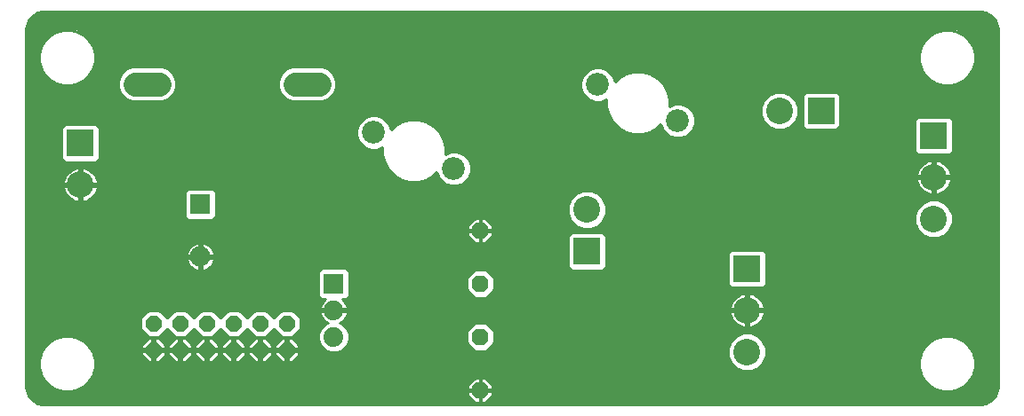
<source format=gbl>
G75*
%MOIN*%
%OFA0B0*%
%FSLAX25Y25*%
%IPPOS*%
%LPD*%
%AMOC8*
5,1,8,0,0,1.08239X$1,22.5*
%
%ADD10C,0.07600*%
%ADD11R,0.07600X0.07600*%
%ADD12OC8,0.06300*%
%ADD13C,0.08850*%
%ADD14OC8,0.06000*%
%ADD15R,0.10000X0.10000*%
%ADD16C,0.10000*%
%ADD17C,0.08600*%
%ADD18R,0.07400X0.07400*%
%ADD19C,0.07400*%
%ADD20C,0.01000*%
D10*
X0081500Y0071657D03*
D11*
X0081500Y0091343D03*
D12*
X0186500Y0081500D03*
X0186500Y0061500D03*
X0186500Y0041500D03*
X0186500Y0021500D03*
D13*
X0125925Y0136500D02*
X0117075Y0136500D01*
X0065925Y0136500D02*
X0057075Y0136500D01*
D14*
X0064000Y0046500D03*
X0074000Y0046500D03*
X0084000Y0046500D03*
X0094000Y0046500D03*
X0104000Y0046500D03*
X0114000Y0046500D03*
X0114000Y0036500D03*
X0104000Y0036500D03*
X0094000Y0036500D03*
X0084000Y0036500D03*
X0074000Y0036500D03*
X0064000Y0036500D03*
D15*
X0036500Y0114295D03*
X0226500Y0073705D03*
X0286500Y0067091D03*
X0356500Y0117091D03*
X0314295Y0126500D03*
D16*
X0298705Y0126500D03*
X0356500Y0101500D03*
X0356500Y0085909D03*
X0286500Y0051500D03*
X0286500Y0035909D03*
X0226500Y0089295D03*
X0036500Y0098705D03*
D17*
X0146500Y0118311D03*
X0176500Y0104689D03*
X0230500Y0136311D03*
X0260500Y0122689D03*
D18*
X0131500Y0061500D03*
D19*
X0131500Y0051500D03*
X0131500Y0041500D03*
D20*
X0018860Y0017511D02*
X0017511Y0018860D01*
X0016557Y0020513D01*
X0016063Y0022357D01*
X0016000Y0023311D01*
X0016000Y0156539D01*
X0016063Y0157494D01*
X0016557Y0159337D01*
X0017511Y0160990D01*
X0018860Y0162340D01*
X0020513Y0163294D01*
X0022357Y0163788D01*
X0023311Y0163850D01*
X0373390Y0163850D01*
X0374344Y0163788D01*
X0376188Y0163294D01*
X0377840Y0162340D01*
X0379190Y0160990D01*
X0380144Y0159337D01*
X0380638Y0157494D01*
X0380701Y0156539D01*
X0380701Y0023311D01*
X0380638Y0022357D01*
X0380144Y0020513D01*
X0379190Y0018860D01*
X0377840Y0017511D01*
X0376188Y0016557D01*
X0374344Y0016063D01*
X0373390Y0016000D01*
X0372495Y0016000D01*
X0023311Y0016000D01*
X0022357Y0016063D01*
X0020513Y0016556D01*
X0020513Y0016557D01*
X0018860Y0017511D01*
X0018895Y0017491D02*
X0183933Y0017491D01*
X0184574Y0016850D02*
X0181850Y0019574D01*
X0181850Y0021200D01*
X0186200Y0021200D01*
X0186200Y0021800D01*
X0186200Y0026150D01*
X0184574Y0026150D01*
X0181850Y0023426D01*
X0181850Y0021800D01*
X0186200Y0021800D01*
X0186800Y0021800D01*
X0186800Y0026150D01*
X0188426Y0026150D01*
X0191150Y0023426D01*
X0191150Y0021800D01*
X0186800Y0021800D01*
X0186800Y0021200D01*
X0191150Y0021200D01*
X0191150Y0019574D01*
X0188426Y0016850D01*
X0186800Y0016850D01*
X0186800Y0021200D01*
X0186200Y0021200D01*
X0186200Y0016850D01*
X0184574Y0016850D01*
X0186200Y0017491D02*
X0186800Y0017491D01*
X0186800Y0018490D02*
X0186200Y0018490D01*
X0186200Y0019488D02*
X0186800Y0019488D01*
X0186800Y0020487D02*
X0186200Y0020487D01*
X0186200Y0021485D02*
X0034328Y0021485D01*
X0035516Y0021804D02*
X0037889Y0023174D01*
X0039826Y0025111D01*
X0041196Y0027484D01*
X0041905Y0030130D01*
X0041905Y0032870D01*
X0041196Y0035516D01*
X0039826Y0037889D01*
X0037889Y0039826D01*
X0035516Y0041196D01*
X0032870Y0041905D01*
X0030130Y0041905D01*
X0027484Y0041196D01*
X0025111Y0039826D01*
X0023174Y0037889D01*
X0021804Y0035516D01*
X0021094Y0032870D01*
X0021094Y0030130D01*
X0021804Y0027484D01*
X0023174Y0025111D01*
X0025111Y0023174D01*
X0027484Y0021804D01*
X0030130Y0021094D01*
X0032870Y0021094D01*
X0035516Y0021804D01*
X0036694Y0022484D02*
X0181850Y0022484D01*
X0181906Y0023482D02*
X0038198Y0023482D01*
X0039196Y0024481D02*
X0182905Y0024481D01*
X0183903Y0025479D02*
X0040039Y0025479D01*
X0040616Y0026478D02*
X0352384Y0026478D01*
X0351808Y0027476D02*
X0041192Y0027476D01*
X0041462Y0028475D02*
X0351538Y0028475D01*
X0351804Y0027484D02*
X0353174Y0025111D01*
X0355111Y0023174D01*
X0357484Y0021804D01*
X0360130Y0021094D01*
X0362870Y0021094D01*
X0365516Y0021804D01*
X0367889Y0023174D01*
X0369826Y0025111D01*
X0371196Y0027484D01*
X0371905Y0030130D01*
X0371905Y0032870D01*
X0371196Y0035516D01*
X0369826Y0037889D01*
X0367889Y0039826D01*
X0365516Y0041196D01*
X0362870Y0041905D01*
X0360130Y0041905D01*
X0357484Y0041196D01*
X0355111Y0039826D01*
X0353174Y0037889D01*
X0351804Y0035516D01*
X0351094Y0032870D01*
X0351094Y0030130D01*
X0351804Y0027484D01*
X0351270Y0029473D02*
X0289515Y0029473D01*
X0290522Y0029890D02*
X0292519Y0031888D01*
X0293600Y0034497D01*
X0293600Y0037322D01*
X0292519Y0039931D01*
X0290522Y0041929D01*
X0287912Y0043009D01*
X0285088Y0043009D01*
X0282478Y0041929D01*
X0280481Y0039931D01*
X0279400Y0037322D01*
X0279400Y0034497D01*
X0280481Y0031888D01*
X0282478Y0029890D01*
X0285088Y0028809D01*
X0287912Y0028809D01*
X0290522Y0029890D01*
X0291103Y0030472D02*
X0351094Y0030472D01*
X0351094Y0031470D02*
X0292102Y0031470D01*
X0292760Y0032469D02*
X0351094Y0032469D01*
X0351255Y0033467D02*
X0293173Y0033467D01*
X0293587Y0034466D02*
X0351522Y0034466D01*
X0351790Y0035464D02*
X0293600Y0035464D01*
X0293600Y0036463D02*
X0352350Y0036463D01*
X0352927Y0037461D02*
X0293542Y0037461D01*
X0293129Y0038460D02*
X0353744Y0038460D01*
X0354743Y0039458D02*
X0292715Y0039458D01*
X0291994Y0040457D02*
X0356203Y0040457D01*
X0358450Y0041455D02*
X0290995Y0041455D01*
X0289254Y0042454D02*
X0380701Y0042454D01*
X0380701Y0043452D02*
X0191750Y0043452D01*
X0191750Y0043675D02*
X0188675Y0046750D01*
X0184325Y0046750D01*
X0181250Y0043675D01*
X0181250Y0039325D01*
X0184325Y0036250D01*
X0188675Y0036250D01*
X0191750Y0039325D01*
X0191750Y0043675D01*
X0190974Y0044451D02*
X0380701Y0044451D01*
X0380701Y0045449D02*
X0288878Y0045449D01*
X0288594Y0045332D02*
X0289381Y0045658D01*
X0290119Y0046084D01*
X0290795Y0046603D01*
X0291397Y0047205D01*
X0291916Y0047881D01*
X0292342Y0048619D01*
X0292668Y0049406D01*
X0292889Y0050229D01*
X0292990Y0051000D01*
X0287000Y0051000D01*
X0287000Y0052000D01*
X0286000Y0052000D01*
X0286000Y0057990D01*
X0285229Y0057889D01*
X0284406Y0057668D01*
X0283619Y0057342D01*
X0282881Y0056916D01*
X0282205Y0056397D01*
X0281603Y0055795D01*
X0281084Y0055119D01*
X0280658Y0054381D01*
X0280332Y0053594D01*
X0280111Y0052771D01*
X0280010Y0052000D01*
X0286000Y0052000D01*
X0286000Y0051000D01*
X0280010Y0051000D01*
X0280111Y0050229D01*
X0280332Y0049406D01*
X0280658Y0048619D01*
X0281084Y0047881D01*
X0281603Y0047205D01*
X0282205Y0046603D01*
X0282881Y0046084D01*
X0283619Y0045658D01*
X0284406Y0045332D01*
X0285229Y0045111D01*
X0286000Y0045010D01*
X0286000Y0051000D01*
X0287000Y0051000D01*
X0287000Y0045010D01*
X0287771Y0045111D01*
X0288594Y0045332D01*
X0287000Y0045449D02*
X0286000Y0045449D01*
X0286000Y0046448D02*
X0287000Y0046448D01*
X0287000Y0047446D02*
X0286000Y0047446D01*
X0286000Y0048445D02*
X0287000Y0048445D01*
X0287000Y0049443D02*
X0286000Y0049443D01*
X0286000Y0050442D02*
X0287000Y0050442D01*
X0287000Y0051440D02*
X0380701Y0051440D01*
X0380701Y0050442D02*
X0292917Y0050442D01*
X0292678Y0049443D02*
X0380701Y0049443D01*
X0380701Y0048445D02*
X0292242Y0048445D01*
X0291583Y0047446D02*
X0380701Y0047446D01*
X0380701Y0046448D02*
X0290593Y0046448D01*
X0284122Y0045449D02*
X0189975Y0045449D01*
X0188977Y0046448D02*
X0282407Y0046448D01*
X0281417Y0047446D02*
X0134767Y0047446D01*
X0134888Y0047534D02*
X0135466Y0048112D01*
X0135947Y0048775D01*
X0136319Y0049504D01*
X0136572Y0050282D01*
X0136688Y0051016D01*
X0131984Y0051016D01*
X0131984Y0051984D01*
X0136688Y0051984D01*
X0136572Y0052718D01*
X0136319Y0053496D01*
X0135947Y0054225D01*
X0135466Y0054888D01*
X0134888Y0055466D01*
X0134566Y0055700D01*
X0136070Y0055700D01*
X0137300Y0056930D01*
X0137300Y0066070D01*
X0136070Y0067300D01*
X0126930Y0067300D01*
X0125700Y0066070D01*
X0125700Y0056930D01*
X0126930Y0055700D01*
X0128434Y0055700D01*
X0128112Y0055466D01*
X0127534Y0054888D01*
X0127053Y0054225D01*
X0126681Y0053496D01*
X0126428Y0052718D01*
X0126312Y0051984D01*
X0131016Y0051984D01*
X0131016Y0051016D01*
X0126312Y0051016D01*
X0126428Y0050282D01*
X0126681Y0049504D01*
X0127053Y0048775D01*
X0127534Y0048112D01*
X0128112Y0047534D01*
X0128775Y0047053D01*
X0129212Y0046830D01*
X0128215Y0046417D01*
X0126583Y0044785D01*
X0125700Y0042654D01*
X0125700Y0040346D01*
X0126583Y0038215D01*
X0128215Y0036583D01*
X0130346Y0035700D01*
X0132654Y0035700D01*
X0134785Y0036583D01*
X0136417Y0038215D01*
X0137300Y0040346D01*
X0137300Y0042654D01*
X0136417Y0044785D01*
X0134785Y0046417D01*
X0133788Y0046830D01*
X0134225Y0047053D01*
X0134888Y0047534D01*
X0134711Y0046448D02*
X0184023Y0046448D01*
X0183025Y0045449D02*
X0135753Y0045449D01*
X0136556Y0044451D02*
X0182026Y0044451D01*
X0181250Y0043452D02*
X0136969Y0043452D01*
X0137300Y0042454D02*
X0181250Y0042454D01*
X0181250Y0041455D02*
X0137300Y0041455D01*
X0137300Y0040457D02*
X0181250Y0040457D01*
X0181250Y0039458D02*
X0136932Y0039458D01*
X0136519Y0038460D02*
X0182116Y0038460D01*
X0183114Y0037461D02*
X0135664Y0037461D01*
X0134495Y0036463D02*
X0184113Y0036463D01*
X0188887Y0036463D02*
X0279400Y0036463D01*
X0279400Y0035464D02*
X0118500Y0035464D01*
X0118500Y0036000D02*
X0118500Y0034636D01*
X0115864Y0032000D01*
X0114500Y0032000D01*
X0114500Y0036000D01*
X0114500Y0037000D01*
X0118500Y0037000D01*
X0118500Y0038364D01*
X0115864Y0041000D01*
X0114500Y0041000D01*
X0114500Y0037000D01*
X0113500Y0037000D01*
X0113500Y0041000D01*
X0112136Y0041000D01*
X0109500Y0038364D01*
X0109500Y0037000D01*
X0113500Y0037000D01*
X0113500Y0036000D01*
X0114500Y0036000D01*
X0118500Y0036000D01*
X0118500Y0037461D02*
X0127336Y0037461D01*
X0126481Y0038460D02*
X0118404Y0038460D01*
X0117406Y0039458D02*
X0126068Y0039458D01*
X0125700Y0040457D02*
X0116407Y0040457D01*
X0116112Y0041400D02*
X0119100Y0044388D01*
X0119100Y0048612D01*
X0116112Y0051600D01*
X0111888Y0051600D01*
X0109000Y0048712D01*
X0106112Y0051600D01*
X0101888Y0051600D01*
X0099000Y0048712D01*
X0096112Y0051600D01*
X0091888Y0051600D01*
X0089000Y0048712D01*
X0086112Y0051600D01*
X0081888Y0051600D01*
X0079000Y0048712D01*
X0076112Y0051600D01*
X0071888Y0051600D01*
X0069000Y0048712D01*
X0066112Y0051600D01*
X0061888Y0051600D01*
X0058900Y0048612D01*
X0058900Y0044388D01*
X0061888Y0041400D01*
X0066112Y0041400D01*
X0069000Y0044288D01*
X0071888Y0041400D01*
X0076112Y0041400D01*
X0079000Y0044288D01*
X0081888Y0041400D01*
X0086112Y0041400D01*
X0089000Y0044288D01*
X0091888Y0041400D01*
X0096112Y0041400D01*
X0099000Y0044288D01*
X0101888Y0041400D01*
X0106112Y0041400D01*
X0109000Y0044288D01*
X0111888Y0041400D01*
X0116112Y0041400D01*
X0116168Y0041455D02*
X0125700Y0041455D01*
X0125700Y0042454D02*
X0117166Y0042454D01*
X0118165Y0043452D02*
X0126031Y0043452D01*
X0126444Y0044451D02*
X0119100Y0044451D01*
X0119100Y0045449D02*
X0127247Y0045449D01*
X0128289Y0046448D02*
X0119100Y0046448D01*
X0119100Y0047446D02*
X0128233Y0047446D01*
X0127292Y0048445D02*
X0119100Y0048445D01*
X0118269Y0049443D02*
X0126712Y0049443D01*
X0126403Y0050442D02*
X0117271Y0050442D01*
X0116272Y0051440D02*
X0131016Y0051440D01*
X0131984Y0051440D02*
X0286000Y0051440D01*
X0286000Y0052439D02*
X0287000Y0052439D01*
X0287000Y0052000D02*
X0287000Y0057990D01*
X0287771Y0057889D01*
X0288594Y0057668D01*
X0289381Y0057342D01*
X0290119Y0056916D01*
X0290795Y0056397D01*
X0291397Y0055795D01*
X0291916Y0055119D01*
X0292342Y0054381D01*
X0292668Y0053594D01*
X0292889Y0052771D01*
X0292990Y0052000D01*
X0287000Y0052000D01*
X0287000Y0053437D02*
X0286000Y0053437D01*
X0286000Y0054436D02*
X0287000Y0054436D01*
X0287000Y0055434D02*
X0286000Y0055434D01*
X0286000Y0056433D02*
X0287000Y0056433D01*
X0287000Y0057432D02*
X0286000Y0057432D01*
X0283835Y0057432D02*
X0189856Y0057432D01*
X0190855Y0058430D02*
X0380701Y0058430D01*
X0380701Y0057432D02*
X0289165Y0057432D01*
X0290749Y0056433D02*
X0380701Y0056433D01*
X0380701Y0055434D02*
X0291674Y0055434D01*
X0292310Y0054436D02*
X0380701Y0054436D01*
X0380701Y0053437D02*
X0292710Y0053437D01*
X0292932Y0052439D02*
X0380701Y0052439D01*
X0380701Y0059429D02*
X0191750Y0059429D01*
X0191750Y0059325D02*
X0188675Y0056250D01*
X0184325Y0056250D01*
X0181250Y0059325D01*
X0181250Y0063675D01*
X0184325Y0066750D01*
X0188675Y0066750D01*
X0191750Y0063675D01*
X0191750Y0059325D01*
X0191750Y0060427D02*
X0280194Y0060427D01*
X0280630Y0059991D02*
X0279400Y0061221D01*
X0279400Y0072960D01*
X0280630Y0074191D01*
X0292370Y0074191D01*
X0293600Y0072960D01*
X0293600Y0061221D01*
X0292370Y0059991D01*
X0280630Y0059991D01*
X0279400Y0061426D02*
X0191750Y0061426D01*
X0191750Y0062424D02*
X0279400Y0062424D01*
X0279400Y0063423D02*
X0191750Y0063423D01*
X0191003Y0064421D02*
X0279400Y0064421D01*
X0279400Y0065420D02*
X0190005Y0065420D01*
X0189006Y0066418D02*
X0279400Y0066418D01*
X0279400Y0067417D02*
X0233182Y0067417D01*
X0233600Y0067835D02*
X0233600Y0079575D01*
X0232370Y0080805D01*
X0220630Y0080805D01*
X0219400Y0079575D01*
X0219400Y0067835D01*
X0220630Y0066605D01*
X0232370Y0066605D01*
X0233600Y0067835D01*
X0233600Y0068415D02*
X0279400Y0068415D01*
X0279400Y0069414D02*
X0233600Y0069414D01*
X0233600Y0070412D02*
X0279400Y0070412D01*
X0279400Y0071411D02*
X0233600Y0071411D01*
X0233600Y0072409D02*
X0279400Y0072409D01*
X0279847Y0073408D02*
X0233600Y0073408D01*
X0233600Y0074406D02*
X0380701Y0074406D01*
X0380701Y0073408D02*
X0293153Y0073408D01*
X0293600Y0072409D02*
X0380701Y0072409D01*
X0380701Y0071411D02*
X0293600Y0071411D01*
X0293600Y0070412D02*
X0380701Y0070412D01*
X0380701Y0069414D02*
X0293600Y0069414D01*
X0293600Y0068415D02*
X0380701Y0068415D01*
X0380701Y0067417D02*
X0293600Y0067417D01*
X0293600Y0066418D02*
X0380701Y0066418D01*
X0380701Y0065420D02*
X0293600Y0065420D01*
X0293600Y0064421D02*
X0380701Y0064421D01*
X0380701Y0063423D02*
X0293600Y0063423D01*
X0293600Y0062424D02*
X0380701Y0062424D01*
X0380701Y0061426D02*
X0293600Y0061426D01*
X0292806Y0060427D02*
X0380701Y0060427D01*
X0380701Y0075405D02*
X0233600Y0075405D01*
X0233600Y0076403D02*
X0380701Y0076403D01*
X0380701Y0077402D02*
X0233600Y0077402D01*
X0233600Y0078400D02*
X0380701Y0078400D01*
X0380701Y0079399D02*
X0359335Y0079399D01*
X0360522Y0079890D02*
X0357912Y0078809D01*
X0355088Y0078809D01*
X0352478Y0079890D01*
X0350481Y0081888D01*
X0349400Y0084497D01*
X0349400Y0087322D01*
X0350481Y0089931D01*
X0352478Y0091929D01*
X0355088Y0093009D01*
X0357912Y0093009D01*
X0360522Y0091929D01*
X0362519Y0089931D01*
X0363600Y0087322D01*
X0363600Y0084497D01*
X0362519Y0081888D01*
X0360522Y0079890D01*
X0361029Y0080397D02*
X0380701Y0080397D01*
X0380701Y0081396D02*
X0362027Y0081396D01*
X0362729Y0082394D02*
X0380701Y0082394D01*
X0380701Y0083393D02*
X0363143Y0083393D01*
X0363556Y0084391D02*
X0380701Y0084391D01*
X0380701Y0085390D02*
X0363600Y0085390D01*
X0363600Y0086388D02*
X0380701Y0086388D01*
X0380701Y0087387D02*
X0363573Y0087387D01*
X0363159Y0088385D02*
X0380701Y0088385D01*
X0380701Y0089384D02*
X0362746Y0089384D01*
X0362068Y0090382D02*
X0380701Y0090382D01*
X0380701Y0091381D02*
X0361069Y0091381D01*
X0359433Y0092379D02*
X0380701Y0092379D01*
X0380701Y0093378D02*
X0232458Y0093378D01*
X0232519Y0093317D02*
X0230522Y0095314D01*
X0227912Y0096395D01*
X0225088Y0096395D01*
X0222478Y0095314D01*
X0220481Y0093317D01*
X0219400Y0090708D01*
X0219400Y0087883D01*
X0220481Y0085273D01*
X0222478Y0083276D01*
X0225088Y0082195D01*
X0227912Y0082195D01*
X0230522Y0083276D01*
X0232519Y0085273D01*
X0233600Y0087883D01*
X0233600Y0090708D01*
X0232519Y0093317D01*
X0232907Y0092379D02*
X0353567Y0092379D01*
X0351931Y0091381D02*
X0233321Y0091381D01*
X0233600Y0090382D02*
X0350932Y0090382D01*
X0350254Y0089384D02*
X0233600Y0089384D01*
X0233600Y0088385D02*
X0349841Y0088385D01*
X0349427Y0087387D02*
X0233394Y0087387D01*
X0232981Y0086388D02*
X0349400Y0086388D01*
X0349400Y0085390D02*
X0232567Y0085390D01*
X0231637Y0084391D02*
X0349444Y0084391D01*
X0349857Y0083393D02*
X0230638Y0083393D01*
X0228393Y0082394D02*
X0350271Y0082394D01*
X0350973Y0081396D02*
X0186800Y0081396D01*
X0186800Y0081200D02*
X0186800Y0081800D01*
X0186200Y0081800D01*
X0186200Y0086150D01*
X0184574Y0086150D01*
X0181850Y0083426D01*
X0181850Y0081800D01*
X0186200Y0081800D01*
X0186200Y0081200D01*
X0181850Y0081200D01*
X0181850Y0079574D01*
X0184574Y0076850D01*
X0186200Y0076850D01*
X0186200Y0081200D01*
X0186800Y0081200D01*
X0191150Y0081200D01*
X0191150Y0079574D01*
X0188426Y0076850D01*
X0186800Y0076850D01*
X0186800Y0081200D01*
X0186800Y0081800D02*
X0191150Y0081800D01*
X0191150Y0083426D01*
X0188426Y0086150D01*
X0186800Y0086150D01*
X0186800Y0081800D01*
X0186800Y0082394D02*
X0186200Y0082394D01*
X0186200Y0081396D02*
X0016000Y0081396D01*
X0016000Y0082394D02*
X0181850Y0082394D01*
X0181850Y0083393D02*
X0016000Y0083393D01*
X0016000Y0084391D02*
X0182815Y0084391D01*
X0183814Y0085390D02*
X0016000Y0085390D01*
X0016000Y0086388D02*
X0075884Y0086388D01*
X0075600Y0086673D02*
X0076830Y0085443D01*
X0086170Y0085443D01*
X0087400Y0086673D01*
X0087400Y0096012D01*
X0086170Y0097243D01*
X0076830Y0097243D01*
X0075600Y0096012D01*
X0075600Y0086673D01*
X0075600Y0087387D02*
X0016000Y0087387D01*
X0016000Y0088385D02*
X0075600Y0088385D01*
X0075600Y0089384D02*
X0016000Y0089384D01*
X0016000Y0090382D02*
X0075600Y0090382D01*
X0075600Y0091381D02*
X0016000Y0091381D01*
X0016000Y0092379D02*
X0034992Y0092379D01*
X0035229Y0092316D02*
X0034406Y0092536D01*
X0033619Y0092863D01*
X0032881Y0093289D01*
X0032205Y0093807D01*
X0031603Y0094410D01*
X0031084Y0095086D01*
X0030658Y0095824D01*
X0030332Y0096611D01*
X0030111Y0097434D01*
X0030010Y0098205D01*
X0036000Y0098205D01*
X0036000Y0099205D01*
X0036000Y0105195D01*
X0035229Y0105093D01*
X0034406Y0104873D01*
X0033619Y0104547D01*
X0032881Y0104121D01*
X0032205Y0103602D01*
X0031603Y0103000D01*
X0031084Y0102324D01*
X0030658Y0101586D01*
X0030332Y0100799D01*
X0030111Y0099976D01*
X0030010Y0099205D01*
X0036000Y0099205D01*
X0037000Y0099205D01*
X0037000Y0105195D01*
X0037771Y0105093D01*
X0038594Y0104873D01*
X0039381Y0104547D01*
X0040119Y0104121D01*
X0040795Y0103602D01*
X0041397Y0103000D01*
X0041916Y0102324D01*
X0042342Y0101586D01*
X0042668Y0100799D01*
X0042889Y0099976D01*
X0042990Y0099205D01*
X0037000Y0099205D01*
X0037000Y0098205D01*
X0042990Y0098205D01*
X0042889Y0097434D01*
X0042668Y0096611D01*
X0042342Y0095824D01*
X0041916Y0095086D01*
X0041397Y0094410D01*
X0040795Y0093807D01*
X0040119Y0093289D01*
X0039381Y0092863D01*
X0038594Y0092536D01*
X0037771Y0092316D01*
X0037000Y0092214D01*
X0037000Y0098205D01*
X0036000Y0098205D01*
X0036000Y0092214D01*
X0035229Y0092316D01*
X0036000Y0092379D02*
X0037000Y0092379D01*
X0037000Y0093378D02*
X0036000Y0093378D01*
X0036000Y0094376D02*
X0037000Y0094376D01*
X0037000Y0095375D02*
X0036000Y0095375D01*
X0036000Y0096373D02*
X0037000Y0096373D01*
X0037000Y0097372D02*
X0036000Y0097372D01*
X0036000Y0098370D02*
X0016000Y0098370D01*
X0016000Y0097372D02*
X0030128Y0097372D01*
X0030430Y0096373D02*
X0016000Y0096373D01*
X0016000Y0095375D02*
X0030917Y0095375D01*
X0031636Y0094376D02*
X0016000Y0094376D01*
X0016000Y0093378D02*
X0032765Y0093378D01*
X0038008Y0092379D02*
X0075600Y0092379D01*
X0075600Y0093378D02*
X0040235Y0093378D01*
X0041364Y0094376D02*
X0075600Y0094376D01*
X0075600Y0095375D02*
X0042083Y0095375D01*
X0042570Y0096373D02*
X0075961Y0096373D01*
X0087039Y0096373D02*
X0225035Y0096373D01*
X0222624Y0095375D02*
X0087400Y0095375D01*
X0087400Y0094376D02*
X0221540Y0094376D01*
X0220542Y0093378D02*
X0087400Y0093378D01*
X0087400Y0092379D02*
X0220093Y0092379D01*
X0219679Y0091381D02*
X0087400Y0091381D01*
X0087400Y0090382D02*
X0219400Y0090382D01*
X0219400Y0089384D02*
X0087400Y0089384D01*
X0087400Y0088385D02*
X0219400Y0088385D01*
X0219605Y0087387D02*
X0087400Y0087387D01*
X0087116Y0086388D02*
X0220019Y0086388D01*
X0220433Y0085390D02*
X0189186Y0085390D01*
X0190185Y0084391D02*
X0221363Y0084391D01*
X0222362Y0083393D02*
X0191150Y0083393D01*
X0191150Y0082394D02*
X0224607Y0082394D01*
X0220223Y0080397D02*
X0191150Y0080397D01*
X0190975Y0079399D02*
X0219400Y0079399D01*
X0219400Y0078400D02*
X0189976Y0078400D01*
X0188978Y0077402D02*
X0219400Y0077402D01*
X0219400Y0076403D02*
X0083860Y0076403D01*
X0083534Y0076569D02*
X0084278Y0076190D01*
X0084953Y0075700D01*
X0085543Y0075110D01*
X0086033Y0074435D01*
X0086412Y0073692D01*
X0086669Y0072899D01*
X0086800Y0072075D01*
X0086800Y0072043D01*
X0081886Y0072043D01*
X0081886Y0071272D01*
X0086800Y0071272D01*
X0086800Y0071240D01*
X0086669Y0070416D01*
X0086412Y0069623D01*
X0086033Y0068880D01*
X0085543Y0068205D01*
X0084953Y0067615D01*
X0084278Y0067125D01*
X0083534Y0066746D01*
X0082741Y0066488D01*
X0081917Y0066357D01*
X0081886Y0066357D01*
X0081886Y0071272D01*
X0081114Y0071272D01*
X0076200Y0071272D01*
X0076200Y0071240D01*
X0076330Y0070416D01*
X0076588Y0069623D01*
X0076967Y0068880D01*
X0077457Y0068205D01*
X0078047Y0067615D01*
X0078722Y0067125D01*
X0079466Y0066746D01*
X0080259Y0066488D01*
X0081083Y0066357D01*
X0081114Y0066357D01*
X0081114Y0071272D01*
X0081114Y0072043D01*
X0076200Y0072043D01*
X0076200Y0072075D01*
X0076330Y0072899D01*
X0076588Y0073692D01*
X0076967Y0074435D01*
X0077457Y0075110D01*
X0078047Y0075700D01*
X0078722Y0076190D01*
X0079466Y0076569D01*
X0080259Y0076827D01*
X0081083Y0076957D01*
X0081114Y0076957D01*
X0081114Y0072043D01*
X0081886Y0072043D01*
X0081886Y0076957D01*
X0081917Y0076957D01*
X0082741Y0076827D01*
X0083534Y0076569D01*
X0081886Y0076403D02*
X0081114Y0076403D01*
X0081114Y0075405D02*
X0081886Y0075405D01*
X0081886Y0074406D02*
X0081114Y0074406D01*
X0081114Y0073408D02*
X0081886Y0073408D01*
X0081886Y0072409D02*
X0081114Y0072409D01*
X0081114Y0071411D02*
X0016000Y0071411D01*
X0016000Y0072409D02*
X0076253Y0072409D01*
X0076496Y0073408D02*
X0016000Y0073408D01*
X0016000Y0074406D02*
X0076952Y0074406D01*
X0077752Y0075405D02*
X0016000Y0075405D01*
X0016000Y0076403D02*
X0079140Y0076403D01*
X0081886Y0071411D02*
X0219400Y0071411D01*
X0219400Y0072409D02*
X0086747Y0072409D01*
X0086504Y0073408D02*
X0219400Y0073408D01*
X0219400Y0074406D02*
X0086048Y0074406D01*
X0085248Y0075405D02*
X0219400Y0075405D01*
X0219400Y0070412D02*
X0086668Y0070412D01*
X0086305Y0069414D02*
X0219400Y0069414D01*
X0219400Y0068415D02*
X0085695Y0068415D01*
X0084680Y0067417D02*
X0219818Y0067417D01*
X0233600Y0079399D02*
X0353665Y0079399D01*
X0351971Y0080397D02*
X0232777Y0080397D01*
X0231460Y0094376D02*
X0380701Y0094376D01*
X0380701Y0095375D02*
X0358698Y0095375D01*
X0358594Y0095332D02*
X0359381Y0095658D01*
X0360119Y0096084D01*
X0360795Y0096603D01*
X0361397Y0097205D01*
X0361916Y0097881D01*
X0362342Y0098619D01*
X0362668Y0099406D01*
X0362889Y0100229D01*
X0362990Y0101000D01*
X0357000Y0101000D01*
X0357000Y0102000D01*
X0356000Y0102000D01*
X0356000Y0107990D01*
X0355229Y0107889D01*
X0354406Y0107668D01*
X0353619Y0107342D01*
X0352881Y0106916D01*
X0352205Y0106397D01*
X0351603Y0105795D01*
X0351084Y0105119D01*
X0350658Y0104381D01*
X0350332Y0103594D01*
X0350111Y0102771D01*
X0350010Y0102000D01*
X0356000Y0102000D01*
X0356000Y0101000D01*
X0350010Y0101000D01*
X0350111Y0100229D01*
X0350332Y0099406D01*
X0350658Y0098619D01*
X0351084Y0097881D01*
X0351603Y0097205D01*
X0352205Y0096603D01*
X0352881Y0096084D01*
X0353619Y0095658D01*
X0354406Y0095332D01*
X0355229Y0095111D01*
X0356000Y0095010D01*
X0356000Y0101000D01*
X0357000Y0101000D01*
X0357000Y0095010D01*
X0357771Y0095111D01*
X0358594Y0095332D01*
X0357000Y0095375D02*
X0356000Y0095375D01*
X0356000Y0096373D02*
X0357000Y0096373D01*
X0357000Y0097372D02*
X0356000Y0097372D01*
X0356000Y0098370D02*
X0357000Y0098370D01*
X0357000Y0099369D02*
X0356000Y0099369D01*
X0356000Y0100368D02*
X0357000Y0100368D01*
X0357000Y0101366D02*
X0380701Y0101366D01*
X0380701Y0100368D02*
X0362907Y0100368D01*
X0362653Y0099369D02*
X0380701Y0099369D01*
X0380701Y0098370D02*
X0362199Y0098370D01*
X0361526Y0097372D02*
X0380701Y0097372D01*
X0380701Y0096373D02*
X0360496Y0096373D01*
X0362990Y0102000D02*
X0357000Y0102000D01*
X0357000Y0107990D01*
X0357771Y0107889D01*
X0358594Y0107668D01*
X0359381Y0107342D01*
X0360119Y0106916D01*
X0360795Y0106397D01*
X0361397Y0105795D01*
X0361916Y0105119D01*
X0362342Y0104381D01*
X0362668Y0103594D01*
X0362889Y0102771D01*
X0362990Y0102000D01*
X0362942Y0102365D02*
X0380701Y0102365D01*
X0380701Y0103363D02*
X0362730Y0103363D01*
X0362350Y0104362D02*
X0380701Y0104362D01*
X0380701Y0105360D02*
X0361731Y0105360D01*
X0360834Y0106359D02*
X0380701Y0106359D01*
X0380701Y0107357D02*
X0359345Y0107357D01*
X0357000Y0107357D02*
X0356000Y0107357D01*
X0356000Y0106359D02*
X0357000Y0106359D01*
X0357000Y0105360D02*
X0356000Y0105360D01*
X0356000Y0104362D02*
X0357000Y0104362D01*
X0357000Y0103363D02*
X0356000Y0103363D01*
X0356000Y0102365D02*
X0357000Y0102365D01*
X0356000Y0101366D02*
X0182051Y0101366D01*
X0181926Y0101064D02*
X0182900Y0103416D01*
X0182900Y0105962D01*
X0181926Y0108314D01*
X0180125Y0110115D01*
X0177773Y0111089D01*
X0175227Y0111089D01*
X0173250Y0110270D01*
X0173250Y0113047D01*
X0172449Y0116035D01*
X0170902Y0118715D01*
X0168715Y0120902D01*
X0166035Y0122449D01*
X0163047Y0123250D01*
X0159953Y0123250D01*
X0156965Y0122449D01*
X0154285Y0120902D01*
X0152900Y0119517D01*
X0152900Y0119584D01*
X0151926Y0121936D01*
X0150125Y0123737D01*
X0147773Y0124711D01*
X0145227Y0124711D01*
X0142875Y0123737D01*
X0141074Y0121936D01*
X0140100Y0119584D01*
X0140100Y0117038D01*
X0141074Y0114686D01*
X0142875Y0112885D01*
X0145227Y0111911D01*
X0147773Y0111911D01*
X0149750Y0112730D01*
X0149750Y0109953D01*
X0150551Y0106965D01*
X0152098Y0104285D01*
X0154285Y0102098D01*
X0156965Y0100551D01*
X0159953Y0099750D01*
X0163047Y0099750D01*
X0166035Y0100551D01*
X0168715Y0102098D01*
X0170100Y0103483D01*
X0170100Y0103416D01*
X0171074Y0101064D01*
X0172875Y0099263D01*
X0175227Y0098289D01*
X0177773Y0098289D01*
X0180125Y0099263D01*
X0181926Y0101064D01*
X0181230Y0100368D02*
X0350093Y0100368D01*
X0350347Y0099369D02*
X0180231Y0099369D01*
X0177970Y0098370D02*
X0350801Y0098370D01*
X0351474Y0097372D02*
X0042872Y0097372D01*
X0042969Y0099369D02*
X0172769Y0099369D01*
X0171770Y0100368D02*
X0165351Y0100368D01*
X0167447Y0101366D02*
X0170949Y0101366D01*
X0170535Y0102365D02*
X0168982Y0102365D01*
X0169980Y0103363D02*
X0170122Y0103363D01*
X0175030Y0098370D02*
X0037000Y0098370D01*
X0037000Y0099369D02*
X0036000Y0099369D01*
X0036000Y0100368D02*
X0037000Y0100368D01*
X0037000Y0101366D02*
X0036000Y0101366D01*
X0036000Y0102365D02*
X0037000Y0102365D01*
X0037000Y0103363D02*
X0036000Y0103363D01*
X0036000Y0104362D02*
X0037000Y0104362D01*
X0039702Y0104362D02*
X0152054Y0104362D01*
X0151477Y0105360D02*
X0016000Y0105360D01*
X0016000Y0104362D02*
X0033298Y0104362D01*
X0031966Y0103363D02*
X0016000Y0103363D01*
X0016000Y0102365D02*
X0031115Y0102365D01*
X0030567Y0101366D02*
X0016000Y0101366D01*
X0016000Y0100368D02*
X0030216Y0100368D01*
X0030031Y0099369D02*
X0016000Y0099369D01*
X0016000Y0106359D02*
X0150901Y0106359D01*
X0150446Y0107357D02*
X0042532Y0107357D01*
X0042370Y0107195D02*
X0043600Y0108425D01*
X0043600Y0120165D01*
X0042370Y0121395D01*
X0030630Y0121395D01*
X0029400Y0120165D01*
X0029400Y0108425D01*
X0030630Y0107195D01*
X0042370Y0107195D01*
X0043530Y0108356D02*
X0150178Y0108356D01*
X0149910Y0109354D02*
X0043600Y0109354D01*
X0043600Y0110353D02*
X0149750Y0110353D01*
X0149750Y0111351D02*
X0043600Y0111351D01*
X0043600Y0112350D02*
X0144168Y0112350D01*
X0142412Y0113348D02*
X0043600Y0113348D01*
X0043600Y0114347D02*
X0141413Y0114347D01*
X0140801Y0115345D02*
X0043600Y0115345D01*
X0043600Y0116344D02*
X0140388Y0116344D01*
X0140100Y0117342D02*
X0043600Y0117342D01*
X0043600Y0118341D02*
X0140100Y0118341D01*
X0140100Y0119339D02*
X0043600Y0119339D01*
X0043427Y0120338D02*
X0140412Y0120338D01*
X0140826Y0121336D02*
X0042429Y0121336D01*
X0030571Y0121336D02*
X0016000Y0121336D01*
X0016000Y0120338D02*
X0029573Y0120338D01*
X0029400Y0119339D02*
X0016000Y0119339D01*
X0016000Y0118341D02*
X0029400Y0118341D01*
X0029400Y0117342D02*
X0016000Y0117342D01*
X0016000Y0116344D02*
X0029400Y0116344D01*
X0029400Y0115345D02*
X0016000Y0115345D01*
X0016000Y0114347D02*
X0029400Y0114347D01*
X0029400Y0113348D02*
X0016000Y0113348D01*
X0016000Y0112350D02*
X0029400Y0112350D01*
X0029400Y0111351D02*
X0016000Y0111351D01*
X0016000Y0110353D02*
X0029400Y0110353D01*
X0029400Y0109354D02*
X0016000Y0109354D01*
X0016000Y0108356D02*
X0029470Y0108356D01*
X0030468Y0107357D02*
X0016000Y0107357D01*
X0016000Y0122335D02*
X0141473Y0122335D01*
X0142471Y0123333D02*
X0016000Y0123333D01*
X0016000Y0124332D02*
X0144311Y0124332D01*
X0148689Y0124332D02*
X0234916Y0124332D01*
X0234551Y0124965D02*
X0236098Y0122285D01*
X0238285Y0120098D01*
X0240965Y0118551D01*
X0243953Y0117750D01*
X0247047Y0117750D01*
X0250035Y0118551D01*
X0252715Y0120098D01*
X0254100Y0121483D01*
X0254100Y0121416D01*
X0255074Y0119064D01*
X0256875Y0117263D01*
X0259227Y0116289D01*
X0261773Y0116289D01*
X0264125Y0117263D01*
X0265926Y0119064D01*
X0266900Y0121416D01*
X0266900Y0123962D01*
X0265926Y0126314D01*
X0264125Y0128115D01*
X0261773Y0129089D01*
X0259227Y0129089D01*
X0257250Y0128270D01*
X0257250Y0131047D01*
X0256449Y0134035D01*
X0254902Y0136715D01*
X0252715Y0138902D01*
X0250035Y0140449D01*
X0247047Y0141250D01*
X0243953Y0141250D01*
X0240965Y0140449D01*
X0238285Y0138902D01*
X0236900Y0137517D01*
X0236900Y0137584D01*
X0235926Y0139936D01*
X0234125Y0141737D01*
X0231773Y0142711D01*
X0229227Y0142711D01*
X0226875Y0141737D01*
X0225074Y0139936D01*
X0224100Y0137584D01*
X0224100Y0135038D01*
X0225074Y0132686D01*
X0226875Y0130885D01*
X0229227Y0129911D01*
X0231773Y0129911D01*
X0233750Y0130730D01*
X0233750Y0127953D01*
X0234551Y0124965D01*
X0234453Y0125330D02*
X0016000Y0125330D01*
X0016000Y0126329D02*
X0234185Y0126329D01*
X0233918Y0127327D02*
X0016000Y0127327D01*
X0016000Y0128326D02*
X0233750Y0128326D01*
X0233750Y0129324D02*
X0016000Y0129324D01*
X0016000Y0130323D02*
X0054937Y0130323D01*
X0055777Y0129975D02*
X0053379Y0130968D01*
X0051543Y0132804D01*
X0050550Y0135202D01*
X0050550Y0137798D01*
X0051543Y0140196D01*
X0053379Y0142032D01*
X0055777Y0143025D01*
X0067223Y0143025D01*
X0069621Y0142032D01*
X0071457Y0140196D01*
X0072450Y0137798D01*
X0072450Y0135202D01*
X0071457Y0132804D01*
X0069621Y0130968D01*
X0067223Y0129975D01*
X0055777Y0129975D01*
X0053026Y0131321D02*
X0016000Y0131321D01*
X0016000Y0132320D02*
X0052027Y0132320D01*
X0051330Y0133318D02*
X0016000Y0133318D01*
X0016000Y0134317D02*
X0050917Y0134317D01*
X0050550Y0135315D02*
X0016000Y0135315D01*
X0016000Y0136314D02*
X0029311Y0136314D01*
X0030130Y0136094D02*
X0032870Y0136094D01*
X0035516Y0136804D01*
X0037889Y0138174D01*
X0039826Y0140111D01*
X0041196Y0142484D01*
X0041905Y0145130D01*
X0041905Y0147870D01*
X0041196Y0150516D01*
X0039826Y0152889D01*
X0037889Y0154826D01*
X0035516Y0156196D01*
X0032870Y0156905D01*
X0030130Y0156905D01*
X0027484Y0156196D01*
X0025111Y0154826D01*
X0023174Y0152889D01*
X0021804Y0150516D01*
X0021094Y0147870D01*
X0021094Y0145130D01*
X0021804Y0142484D01*
X0023174Y0140111D01*
X0025111Y0138174D01*
X0027484Y0136804D01*
X0030130Y0136094D01*
X0033689Y0136314D02*
X0050550Y0136314D01*
X0050550Y0137312D02*
X0036398Y0137312D01*
X0038027Y0138311D02*
X0050763Y0138311D01*
X0051176Y0139309D02*
X0039025Y0139309D01*
X0039940Y0140308D02*
X0051655Y0140308D01*
X0052654Y0141306D02*
X0040517Y0141306D01*
X0041093Y0142305D02*
X0054039Y0142305D01*
X0041905Y0145301D02*
X0351094Y0145301D01*
X0351094Y0145130D02*
X0351804Y0142484D01*
X0353174Y0140111D01*
X0355111Y0138174D01*
X0357484Y0136804D01*
X0360130Y0136094D01*
X0362870Y0136094D01*
X0365516Y0136804D01*
X0367889Y0138174D01*
X0369826Y0140111D01*
X0371196Y0142484D01*
X0371905Y0145130D01*
X0371905Y0147870D01*
X0371196Y0150516D01*
X0369826Y0152889D01*
X0367889Y0154826D01*
X0365516Y0156196D01*
X0362870Y0156905D01*
X0360130Y0156905D01*
X0357484Y0156196D01*
X0355111Y0154826D01*
X0353174Y0152889D01*
X0351804Y0150516D01*
X0351094Y0147870D01*
X0351094Y0145130D01*
X0351316Y0144302D02*
X0041684Y0144302D01*
X0041416Y0143303D02*
X0351584Y0143303D01*
X0351907Y0142305D02*
X0232753Y0142305D01*
X0234556Y0141306D02*
X0352483Y0141306D01*
X0353060Y0140308D02*
X0250280Y0140308D01*
X0252010Y0139309D02*
X0353975Y0139309D01*
X0354973Y0138311D02*
X0253306Y0138311D01*
X0254305Y0137312D02*
X0356602Y0137312D01*
X0359311Y0136314D02*
X0255134Y0136314D01*
X0255710Y0135315D02*
X0380701Y0135315D01*
X0380701Y0134317D02*
X0256287Y0134317D01*
X0256641Y0133318D02*
X0296613Y0133318D01*
X0297292Y0133600D02*
X0294683Y0132519D01*
X0292686Y0130522D01*
X0291605Y0127912D01*
X0291605Y0125088D01*
X0292686Y0122478D01*
X0294683Y0120481D01*
X0297292Y0119400D01*
X0300117Y0119400D01*
X0302727Y0120481D01*
X0304724Y0122478D01*
X0305805Y0125088D01*
X0305805Y0127912D01*
X0304724Y0130522D01*
X0302727Y0132519D01*
X0300117Y0133600D01*
X0297292Y0133600D01*
X0294484Y0132320D02*
X0256909Y0132320D01*
X0257176Y0131321D02*
X0293485Y0131321D01*
X0292603Y0130323D02*
X0257250Y0130323D01*
X0257250Y0129324D02*
X0292190Y0129324D01*
X0291776Y0128326D02*
X0263615Y0128326D01*
X0264913Y0127327D02*
X0291605Y0127327D01*
X0291605Y0126329D02*
X0265911Y0126329D01*
X0266333Y0125330D02*
X0291605Y0125330D01*
X0291918Y0124332D02*
X0266747Y0124332D01*
X0266900Y0123333D02*
X0292331Y0123333D01*
X0292829Y0122335D02*
X0266900Y0122335D01*
X0266867Y0121336D02*
X0293828Y0121336D01*
X0295029Y0120338D02*
X0266453Y0120338D01*
X0266040Y0119339D02*
X0349400Y0119339D01*
X0349400Y0118341D02*
X0265203Y0118341D01*
X0264204Y0117342D02*
X0349400Y0117342D01*
X0349400Y0116344D02*
X0261905Y0116344D01*
X0259095Y0116344D02*
X0172271Y0116344D01*
X0172634Y0115345D02*
X0349400Y0115345D01*
X0349400Y0114347D02*
X0172902Y0114347D01*
X0173169Y0113348D02*
X0349400Y0113348D01*
X0349400Y0112350D02*
X0173250Y0112350D01*
X0173250Y0111351D02*
X0349400Y0111351D01*
X0349400Y0111221D02*
X0350630Y0109991D01*
X0362370Y0109991D01*
X0363600Y0111221D01*
X0363600Y0122960D01*
X0362370Y0124191D01*
X0350630Y0124191D01*
X0349400Y0122960D01*
X0349400Y0111221D01*
X0350268Y0110353D02*
X0179551Y0110353D01*
X0180886Y0109354D02*
X0380701Y0109354D01*
X0380701Y0108356D02*
X0181884Y0108356D01*
X0182322Y0107357D02*
X0353655Y0107357D01*
X0352166Y0106359D02*
X0182736Y0106359D01*
X0182900Y0105360D02*
X0351269Y0105360D01*
X0350650Y0104362D02*
X0182900Y0104362D01*
X0182878Y0103363D02*
X0350270Y0103363D01*
X0350058Y0102365D02*
X0182464Y0102365D01*
X0173449Y0110353D02*
X0173250Y0110353D01*
X0171695Y0117342D02*
X0256796Y0117342D01*
X0255797Y0118341D02*
X0249251Y0118341D01*
X0251401Y0119339D02*
X0254960Y0119339D01*
X0254547Y0120338D02*
X0252955Y0120338D01*
X0253953Y0121336D02*
X0254133Y0121336D01*
X0257250Y0128326D02*
X0257385Y0128326D01*
X0241748Y0118341D02*
X0171118Y0118341D01*
X0170278Y0119339D02*
X0239599Y0119339D01*
X0238045Y0120338D02*
X0169279Y0120338D01*
X0167963Y0121336D02*
X0237047Y0121336D01*
X0236069Y0122335D02*
X0166234Y0122335D01*
X0156766Y0122335D02*
X0151527Y0122335D01*
X0152174Y0121336D02*
X0155037Y0121336D01*
X0153721Y0120338D02*
X0152588Y0120338D01*
X0150529Y0123333D02*
X0235493Y0123333D01*
X0233750Y0130323D02*
X0232767Y0130323D01*
X0228233Y0130323D02*
X0128063Y0130323D01*
X0127223Y0129975D02*
X0129621Y0130968D01*
X0131457Y0132804D01*
X0132450Y0135202D01*
X0132450Y0137798D01*
X0131457Y0140196D01*
X0129621Y0142032D01*
X0127223Y0143025D01*
X0115777Y0143025D01*
X0113379Y0142032D01*
X0111543Y0140196D01*
X0110550Y0137798D01*
X0110550Y0135202D01*
X0111543Y0132804D01*
X0113379Y0130968D01*
X0115777Y0129975D01*
X0127223Y0129975D01*
X0129974Y0131321D02*
X0226439Y0131321D01*
X0225440Y0132320D02*
X0130973Y0132320D01*
X0131670Y0133318D02*
X0224812Y0133318D01*
X0224399Y0134317D02*
X0132083Y0134317D01*
X0132450Y0135315D02*
X0224100Y0135315D01*
X0224100Y0136314D02*
X0132450Y0136314D01*
X0132450Y0137312D02*
X0224100Y0137312D01*
X0224401Y0138311D02*
X0132237Y0138311D01*
X0131824Y0139309D02*
X0224815Y0139309D01*
X0225446Y0140308D02*
X0131345Y0140308D01*
X0130346Y0141306D02*
X0226444Y0141306D01*
X0228247Y0142305D02*
X0128961Y0142305D01*
X0114039Y0142305D02*
X0068961Y0142305D01*
X0070346Y0141306D02*
X0112654Y0141306D01*
X0111655Y0140308D02*
X0071345Y0140308D01*
X0071824Y0139309D02*
X0111176Y0139309D01*
X0110763Y0138311D02*
X0072237Y0138311D01*
X0072450Y0137312D02*
X0110550Y0137312D01*
X0110550Y0136314D02*
X0072450Y0136314D01*
X0072450Y0135315D02*
X0110550Y0135315D01*
X0110917Y0134317D02*
X0072083Y0134317D01*
X0071670Y0133318D02*
X0111330Y0133318D01*
X0112027Y0132320D02*
X0070973Y0132320D01*
X0069974Y0131321D02*
X0113026Y0131321D01*
X0114937Y0130323D02*
X0068063Y0130323D01*
X0041905Y0146299D02*
X0351094Y0146299D01*
X0351094Y0147298D02*
X0041905Y0147298D01*
X0041791Y0148296D02*
X0351209Y0148296D01*
X0351476Y0149295D02*
X0041524Y0149295D01*
X0041256Y0150293D02*
X0351744Y0150293D01*
X0352251Y0151292D02*
X0040749Y0151292D01*
X0040172Y0152290D02*
X0352828Y0152290D01*
X0353573Y0153289D02*
X0039427Y0153289D01*
X0038428Y0154287D02*
X0354572Y0154287D01*
X0355906Y0155286D02*
X0037094Y0155286D01*
X0035189Y0156284D02*
X0357811Y0156284D01*
X0365189Y0156284D02*
X0380701Y0156284D01*
X0380701Y0155286D02*
X0367094Y0155286D01*
X0368428Y0154287D02*
X0380701Y0154287D01*
X0380701Y0153289D02*
X0369427Y0153289D01*
X0370172Y0152290D02*
X0380701Y0152290D01*
X0380701Y0151292D02*
X0370749Y0151292D01*
X0371256Y0150293D02*
X0380701Y0150293D01*
X0380701Y0149295D02*
X0371524Y0149295D01*
X0371791Y0148296D02*
X0380701Y0148296D01*
X0380701Y0147298D02*
X0371905Y0147298D01*
X0371905Y0146299D02*
X0380701Y0146299D01*
X0380701Y0145301D02*
X0371905Y0145301D01*
X0371684Y0144302D02*
X0380701Y0144302D01*
X0380701Y0143303D02*
X0371416Y0143303D01*
X0371093Y0142305D02*
X0380701Y0142305D01*
X0380701Y0141306D02*
X0370517Y0141306D01*
X0369940Y0140308D02*
X0380701Y0140308D01*
X0380701Y0139309D02*
X0369025Y0139309D01*
X0368027Y0138311D02*
X0380701Y0138311D01*
X0380701Y0137312D02*
X0366398Y0137312D01*
X0363689Y0136314D02*
X0380701Y0136314D01*
X0380701Y0133318D02*
X0320447Y0133318D01*
X0320165Y0133600D02*
X0308425Y0133600D01*
X0307195Y0132370D01*
X0307195Y0120630D01*
X0308425Y0119400D01*
X0320165Y0119400D01*
X0321395Y0120630D01*
X0321395Y0132370D01*
X0320165Y0133600D01*
X0321395Y0132320D02*
X0380701Y0132320D01*
X0380701Y0131321D02*
X0321395Y0131321D01*
X0321395Y0130323D02*
X0380701Y0130323D01*
X0380701Y0129324D02*
X0321395Y0129324D01*
X0321395Y0128326D02*
X0380701Y0128326D01*
X0380701Y0127327D02*
X0321395Y0127327D01*
X0321395Y0126329D02*
X0380701Y0126329D01*
X0380701Y0125330D02*
X0321395Y0125330D01*
X0321395Y0124332D02*
X0380701Y0124332D01*
X0380701Y0123333D02*
X0363227Y0123333D01*
X0363600Y0122335D02*
X0380701Y0122335D01*
X0380701Y0121336D02*
X0363600Y0121336D01*
X0363600Y0120338D02*
X0380701Y0120338D01*
X0380701Y0119339D02*
X0363600Y0119339D01*
X0363600Y0118341D02*
X0380701Y0118341D01*
X0380701Y0117342D02*
X0363600Y0117342D01*
X0363600Y0116344D02*
X0380701Y0116344D01*
X0380701Y0115345D02*
X0363600Y0115345D01*
X0363600Y0114347D02*
X0380701Y0114347D01*
X0380701Y0113348D02*
X0363600Y0113348D01*
X0363600Y0112350D02*
X0380701Y0112350D01*
X0380701Y0111351D02*
X0363600Y0111351D01*
X0362732Y0110353D02*
X0380701Y0110353D01*
X0354302Y0095375D02*
X0230376Y0095375D01*
X0227965Y0096373D02*
X0352504Y0096373D01*
X0349400Y0120338D02*
X0321103Y0120338D01*
X0321395Y0121336D02*
X0349400Y0121336D01*
X0349400Y0122335D02*
X0321395Y0122335D01*
X0321395Y0123333D02*
X0349773Y0123333D01*
X0307488Y0120338D02*
X0302381Y0120338D01*
X0303582Y0121336D02*
X0307195Y0121336D01*
X0307195Y0122335D02*
X0304580Y0122335D01*
X0305078Y0123333D02*
X0307195Y0123333D01*
X0307195Y0124332D02*
X0305492Y0124332D01*
X0305805Y0125330D02*
X0307195Y0125330D01*
X0307195Y0126329D02*
X0305805Y0126329D01*
X0305805Y0127327D02*
X0307195Y0127327D01*
X0307195Y0128326D02*
X0305633Y0128326D01*
X0305220Y0129324D02*
X0307195Y0129324D01*
X0307195Y0130323D02*
X0304806Y0130323D01*
X0303924Y0131321D02*
X0307195Y0131321D01*
X0307195Y0132320D02*
X0302926Y0132320D01*
X0300797Y0133318D02*
X0308144Y0133318D01*
X0240720Y0140308D02*
X0235554Y0140308D01*
X0236185Y0139309D02*
X0238990Y0139309D01*
X0237694Y0138311D02*
X0236599Y0138311D01*
X0157648Y0100368D02*
X0042784Y0100368D01*
X0042433Y0101366D02*
X0155553Y0101366D01*
X0154018Y0102365D02*
X0041885Y0102365D01*
X0041034Y0103363D02*
X0153020Y0103363D01*
X0149750Y0112350D02*
X0148832Y0112350D01*
X0186200Y0085390D02*
X0186800Y0085390D01*
X0186800Y0084391D02*
X0186200Y0084391D01*
X0186200Y0083393D02*
X0186800Y0083393D01*
X0186800Y0080397D02*
X0186200Y0080397D01*
X0186200Y0079399D02*
X0186800Y0079399D01*
X0186800Y0078400D02*
X0186200Y0078400D01*
X0186200Y0077402D02*
X0186800Y0077402D01*
X0184022Y0077402D02*
X0016000Y0077402D01*
X0016000Y0078400D02*
X0183024Y0078400D01*
X0182025Y0079399D02*
X0016000Y0079399D01*
X0016000Y0080397D02*
X0181850Y0080397D01*
X0183994Y0066418D02*
X0136952Y0066418D01*
X0137300Y0065420D02*
X0182995Y0065420D01*
X0181996Y0064421D02*
X0137300Y0064421D01*
X0137300Y0063423D02*
X0181250Y0063423D01*
X0181250Y0062424D02*
X0137300Y0062424D01*
X0137300Y0061426D02*
X0181250Y0061426D01*
X0181250Y0060427D02*
X0137300Y0060427D01*
X0137300Y0059429D02*
X0181250Y0059429D01*
X0182145Y0058430D02*
X0137300Y0058430D01*
X0137300Y0057432D02*
X0183144Y0057432D01*
X0184142Y0056433D02*
X0136803Y0056433D01*
X0134919Y0055434D02*
X0281326Y0055434D01*
X0280690Y0054436D02*
X0135794Y0054436D01*
X0136338Y0053437D02*
X0280290Y0053437D01*
X0280068Y0052439D02*
X0136616Y0052439D01*
X0136597Y0050442D02*
X0280083Y0050442D01*
X0280322Y0049443D02*
X0136288Y0049443D01*
X0135708Y0048445D02*
X0280758Y0048445D01*
X0283746Y0042454D02*
X0191750Y0042454D01*
X0191750Y0041455D02*
X0282005Y0041455D01*
X0281006Y0040457D02*
X0191750Y0040457D01*
X0191750Y0039458D02*
X0280285Y0039458D01*
X0279871Y0038460D02*
X0190884Y0038460D01*
X0189886Y0037461D02*
X0279458Y0037461D01*
X0279413Y0034466D02*
X0118330Y0034466D01*
X0117331Y0033467D02*
X0279827Y0033467D01*
X0280240Y0032469D02*
X0116333Y0032469D01*
X0114500Y0032469D02*
X0113500Y0032469D01*
X0113500Y0032000D02*
X0113500Y0036000D01*
X0109500Y0036000D01*
X0109500Y0034636D01*
X0112136Y0032000D01*
X0113500Y0032000D01*
X0113500Y0033467D02*
X0114500Y0033467D01*
X0114500Y0034466D02*
X0113500Y0034466D01*
X0113500Y0035464D02*
X0114500Y0035464D01*
X0114500Y0036463D02*
X0128505Y0036463D01*
X0114500Y0037461D02*
X0113500Y0037461D01*
X0113500Y0036463D02*
X0104500Y0036463D01*
X0104500Y0036000D02*
X0104500Y0037000D01*
X0108500Y0037000D01*
X0108500Y0038364D01*
X0105864Y0041000D01*
X0104500Y0041000D01*
X0104500Y0037000D01*
X0103500Y0037000D01*
X0103500Y0041000D01*
X0102136Y0041000D01*
X0099500Y0038364D01*
X0099500Y0037000D01*
X0103500Y0037000D01*
X0103500Y0036000D01*
X0104500Y0036000D01*
X0108500Y0036000D01*
X0108500Y0034636D01*
X0105864Y0032000D01*
X0104500Y0032000D01*
X0104500Y0036000D01*
X0104500Y0035464D02*
X0103500Y0035464D01*
X0103500Y0036000D02*
X0103500Y0032000D01*
X0102136Y0032000D01*
X0099500Y0034636D01*
X0099500Y0036000D01*
X0103500Y0036000D01*
X0103500Y0036463D02*
X0094500Y0036463D01*
X0094500Y0036000D02*
X0094500Y0037000D01*
X0098500Y0037000D01*
X0098500Y0038364D01*
X0095864Y0041000D01*
X0094500Y0041000D01*
X0094500Y0037000D01*
X0093500Y0037000D01*
X0093500Y0041000D01*
X0092136Y0041000D01*
X0089500Y0038364D01*
X0089500Y0037000D01*
X0093500Y0037000D01*
X0093500Y0036000D01*
X0094500Y0036000D01*
X0098500Y0036000D01*
X0098500Y0034636D01*
X0095864Y0032000D01*
X0094500Y0032000D01*
X0094500Y0036000D01*
X0094500Y0035464D02*
X0093500Y0035464D01*
X0093500Y0036000D02*
X0093500Y0032000D01*
X0092136Y0032000D01*
X0089500Y0034636D01*
X0089500Y0036000D01*
X0093500Y0036000D01*
X0093500Y0036463D02*
X0084500Y0036463D01*
X0084500Y0036000D02*
X0084500Y0037000D01*
X0088500Y0037000D01*
X0088500Y0038364D01*
X0085864Y0041000D01*
X0084500Y0041000D01*
X0084500Y0037000D01*
X0083500Y0037000D01*
X0083500Y0041000D01*
X0082136Y0041000D01*
X0079500Y0038364D01*
X0079500Y0037000D01*
X0083500Y0037000D01*
X0083500Y0036000D01*
X0084500Y0036000D01*
X0088500Y0036000D01*
X0088500Y0034636D01*
X0085864Y0032000D01*
X0084500Y0032000D01*
X0084500Y0036000D01*
X0084500Y0035464D02*
X0083500Y0035464D01*
X0083500Y0036000D02*
X0083500Y0032000D01*
X0082136Y0032000D01*
X0079500Y0034636D01*
X0079500Y0036000D01*
X0083500Y0036000D01*
X0083500Y0036463D02*
X0074500Y0036463D01*
X0074500Y0036000D02*
X0074500Y0037000D01*
X0078500Y0037000D01*
X0078500Y0038364D01*
X0075864Y0041000D01*
X0074500Y0041000D01*
X0074500Y0037000D01*
X0073500Y0037000D01*
X0073500Y0041000D01*
X0072136Y0041000D01*
X0069500Y0038364D01*
X0069500Y0037000D01*
X0073500Y0037000D01*
X0073500Y0036000D01*
X0074500Y0036000D01*
X0078500Y0036000D01*
X0078500Y0034636D01*
X0075864Y0032000D01*
X0074500Y0032000D01*
X0074500Y0036000D01*
X0074500Y0035464D02*
X0073500Y0035464D01*
X0073500Y0036000D02*
X0073500Y0032000D01*
X0072136Y0032000D01*
X0069500Y0034636D01*
X0069500Y0036000D01*
X0073500Y0036000D01*
X0073500Y0036463D02*
X0064500Y0036463D01*
X0064500Y0036000D02*
X0064500Y0037000D01*
X0068500Y0037000D01*
X0068500Y0038364D01*
X0065864Y0041000D01*
X0064500Y0041000D01*
X0064500Y0037000D01*
X0063500Y0037000D01*
X0063500Y0041000D01*
X0062136Y0041000D01*
X0059500Y0038364D01*
X0059500Y0037000D01*
X0063500Y0037000D01*
X0063500Y0036000D01*
X0064500Y0036000D01*
X0068500Y0036000D01*
X0068500Y0034636D01*
X0065864Y0032000D01*
X0064500Y0032000D01*
X0064500Y0036000D01*
X0064500Y0035464D02*
X0063500Y0035464D01*
X0063500Y0036000D02*
X0063500Y0032000D01*
X0062136Y0032000D01*
X0059500Y0034636D01*
X0059500Y0036000D01*
X0063500Y0036000D01*
X0063500Y0036463D02*
X0040650Y0036463D01*
X0041210Y0035464D02*
X0059500Y0035464D01*
X0059670Y0034466D02*
X0041478Y0034466D01*
X0041745Y0033467D02*
X0060669Y0033467D01*
X0061667Y0032469D02*
X0041905Y0032469D01*
X0041905Y0031470D02*
X0280898Y0031470D01*
X0281897Y0030472D02*
X0041905Y0030472D01*
X0041729Y0029473D02*
X0283485Y0029473D01*
X0282251Y0056433D02*
X0188858Y0056433D01*
X0189097Y0025479D02*
X0352961Y0025479D01*
X0353804Y0024481D02*
X0190095Y0024481D01*
X0191094Y0023482D02*
X0354802Y0023482D01*
X0356306Y0022484D02*
X0191150Y0022484D01*
X0191150Y0020487D02*
X0380129Y0020487D01*
X0380405Y0021485D02*
X0364328Y0021485D01*
X0366694Y0022484D02*
X0380647Y0022484D01*
X0380701Y0023482D02*
X0368198Y0023482D01*
X0369196Y0024481D02*
X0380701Y0024481D01*
X0380701Y0025479D02*
X0370039Y0025479D01*
X0370616Y0026478D02*
X0380701Y0026478D01*
X0380701Y0027476D02*
X0371192Y0027476D01*
X0371462Y0028475D02*
X0380701Y0028475D01*
X0380701Y0029473D02*
X0371729Y0029473D01*
X0371905Y0030472D02*
X0380701Y0030472D01*
X0380701Y0031470D02*
X0371905Y0031470D01*
X0371905Y0032469D02*
X0380701Y0032469D01*
X0380701Y0033467D02*
X0371745Y0033467D01*
X0371478Y0034466D02*
X0380701Y0034466D01*
X0380701Y0035464D02*
X0371210Y0035464D01*
X0370650Y0036463D02*
X0380701Y0036463D01*
X0380701Y0037461D02*
X0370073Y0037461D01*
X0369256Y0038460D02*
X0380701Y0038460D01*
X0380701Y0039458D02*
X0368257Y0039458D01*
X0366797Y0040457D02*
X0380701Y0040457D01*
X0380701Y0041455D02*
X0364550Y0041455D01*
X0358672Y0021485D02*
X0186800Y0021485D01*
X0186800Y0022484D02*
X0186200Y0022484D01*
X0186200Y0023482D02*
X0186800Y0023482D01*
X0186800Y0024481D02*
X0186200Y0024481D01*
X0186200Y0025479D02*
X0186800Y0025479D01*
X0181850Y0020487D02*
X0016572Y0020487D01*
X0016296Y0021485D02*
X0028672Y0021485D01*
X0026306Y0022484D02*
X0016054Y0022484D01*
X0016000Y0023482D02*
X0024802Y0023482D01*
X0023804Y0024481D02*
X0016000Y0024481D01*
X0016000Y0025479D02*
X0022961Y0025479D01*
X0022384Y0026478D02*
X0016000Y0026478D01*
X0016000Y0027476D02*
X0021808Y0027476D01*
X0021538Y0028475D02*
X0016000Y0028475D01*
X0016000Y0029473D02*
X0021270Y0029473D01*
X0021094Y0030472D02*
X0016000Y0030472D01*
X0016000Y0031470D02*
X0021094Y0031470D01*
X0021094Y0032469D02*
X0016000Y0032469D01*
X0016000Y0033467D02*
X0021255Y0033467D01*
X0021522Y0034466D02*
X0016000Y0034466D01*
X0016000Y0035464D02*
X0021790Y0035464D01*
X0022350Y0036463D02*
X0016000Y0036463D01*
X0016000Y0037461D02*
X0022927Y0037461D01*
X0023744Y0038460D02*
X0016000Y0038460D01*
X0016000Y0039458D02*
X0024743Y0039458D01*
X0026203Y0040457D02*
X0016000Y0040457D01*
X0016000Y0041455D02*
X0028450Y0041455D01*
X0034550Y0041455D02*
X0061832Y0041455D01*
X0061593Y0040457D02*
X0036797Y0040457D01*
X0038257Y0039458D02*
X0060594Y0039458D01*
X0059596Y0038460D02*
X0039256Y0038460D01*
X0040073Y0037461D02*
X0059500Y0037461D01*
X0063500Y0037461D02*
X0064500Y0037461D01*
X0064500Y0038460D02*
X0063500Y0038460D01*
X0063500Y0039458D02*
X0064500Y0039458D01*
X0064500Y0040457D02*
X0063500Y0040457D01*
X0066168Y0041455D02*
X0071832Y0041455D01*
X0071593Y0040457D02*
X0066407Y0040457D01*
X0067406Y0039458D02*
X0070594Y0039458D01*
X0069596Y0038460D02*
X0068404Y0038460D01*
X0068500Y0037461D02*
X0069500Y0037461D01*
X0069500Y0035464D02*
X0068500Y0035464D01*
X0068330Y0034466D02*
X0069670Y0034466D01*
X0070669Y0033467D02*
X0067331Y0033467D01*
X0066333Y0032469D02*
X0071667Y0032469D01*
X0073500Y0032469D02*
X0074500Y0032469D01*
X0074500Y0033467D02*
X0073500Y0033467D01*
X0073500Y0034466D02*
X0074500Y0034466D01*
X0076333Y0032469D02*
X0081667Y0032469D01*
X0080669Y0033467D02*
X0077331Y0033467D01*
X0078330Y0034466D02*
X0079670Y0034466D01*
X0079500Y0035464D02*
X0078500Y0035464D01*
X0078500Y0037461D02*
X0079500Y0037461D01*
X0079596Y0038460D02*
X0078404Y0038460D01*
X0077406Y0039458D02*
X0080594Y0039458D01*
X0081593Y0040457D02*
X0076407Y0040457D01*
X0076168Y0041455D02*
X0081832Y0041455D01*
X0080834Y0042454D02*
X0077166Y0042454D01*
X0078165Y0043452D02*
X0079835Y0043452D01*
X0083500Y0040457D02*
X0084500Y0040457D01*
X0084500Y0039458D02*
X0083500Y0039458D01*
X0083500Y0038460D02*
X0084500Y0038460D01*
X0084500Y0037461D02*
X0083500Y0037461D01*
X0083500Y0034466D02*
X0084500Y0034466D01*
X0084500Y0033467D02*
X0083500Y0033467D01*
X0083500Y0032469D02*
X0084500Y0032469D01*
X0086333Y0032469D02*
X0091667Y0032469D01*
X0090669Y0033467D02*
X0087331Y0033467D01*
X0088330Y0034466D02*
X0089670Y0034466D01*
X0089500Y0035464D02*
X0088500Y0035464D01*
X0088500Y0037461D02*
X0089500Y0037461D01*
X0089596Y0038460D02*
X0088404Y0038460D01*
X0087406Y0039458D02*
X0090594Y0039458D01*
X0091593Y0040457D02*
X0086407Y0040457D01*
X0086168Y0041455D02*
X0091832Y0041455D01*
X0090834Y0042454D02*
X0087166Y0042454D01*
X0088165Y0043452D02*
X0089835Y0043452D01*
X0093500Y0040457D02*
X0094500Y0040457D01*
X0094500Y0039458D02*
X0093500Y0039458D01*
X0093500Y0038460D02*
X0094500Y0038460D01*
X0094500Y0037461D02*
X0093500Y0037461D01*
X0093500Y0034466D02*
X0094500Y0034466D01*
X0094500Y0033467D02*
X0093500Y0033467D01*
X0093500Y0032469D02*
X0094500Y0032469D01*
X0096333Y0032469D02*
X0101667Y0032469D01*
X0100669Y0033467D02*
X0097331Y0033467D01*
X0098330Y0034466D02*
X0099670Y0034466D01*
X0099500Y0035464D02*
X0098500Y0035464D01*
X0098500Y0037461D02*
X0099500Y0037461D01*
X0099596Y0038460D02*
X0098404Y0038460D01*
X0097406Y0039458D02*
X0100594Y0039458D01*
X0101593Y0040457D02*
X0096407Y0040457D01*
X0096168Y0041455D02*
X0101832Y0041455D01*
X0100834Y0042454D02*
X0097166Y0042454D01*
X0098165Y0043452D02*
X0099835Y0043452D01*
X0103500Y0040457D02*
X0104500Y0040457D01*
X0104500Y0039458D02*
X0103500Y0039458D01*
X0103500Y0038460D02*
X0104500Y0038460D01*
X0104500Y0037461D02*
X0103500Y0037461D01*
X0103500Y0034466D02*
X0104500Y0034466D01*
X0104500Y0033467D02*
X0103500Y0033467D01*
X0103500Y0032469D02*
X0104500Y0032469D01*
X0106333Y0032469D02*
X0111667Y0032469D01*
X0110669Y0033467D02*
X0107331Y0033467D01*
X0108330Y0034466D02*
X0109670Y0034466D01*
X0109500Y0035464D02*
X0108500Y0035464D01*
X0108500Y0037461D02*
X0109500Y0037461D01*
X0109596Y0038460D02*
X0108404Y0038460D01*
X0107406Y0039458D02*
X0110594Y0039458D01*
X0111593Y0040457D02*
X0106407Y0040457D01*
X0106168Y0041455D02*
X0111832Y0041455D01*
X0110834Y0042454D02*
X0107166Y0042454D01*
X0108165Y0043452D02*
X0109835Y0043452D01*
X0113500Y0040457D02*
X0114500Y0040457D01*
X0114500Y0039458D02*
X0113500Y0039458D01*
X0113500Y0038460D02*
X0114500Y0038460D01*
X0109731Y0049443D02*
X0108269Y0049443D01*
X0107271Y0050442D02*
X0110729Y0050442D01*
X0111728Y0051440D02*
X0106272Y0051440D01*
X0101728Y0051440D02*
X0096272Y0051440D01*
X0097271Y0050442D02*
X0100729Y0050442D01*
X0099731Y0049443D02*
X0098269Y0049443D01*
X0091728Y0051440D02*
X0086272Y0051440D01*
X0087271Y0050442D02*
X0090729Y0050442D01*
X0089731Y0049443D02*
X0088269Y0049443D01*
X0081728Y0051440D02*
X0076272Y0051440D01*
X0077271Y0050442D02*
X0080729Y0050442D01*
X0079731Y0049443D02*
X0078269Y0049443D01*
X0071728Y0051440D02*
X0066272Y0051440D01*
X0067271Y0050442D02*
X0070729Y0050442D01*
X0069731Y0049443D02*
X0068269Y0049443D01*
X0061728Y0051440D02*
X0016000Y0051440D01*
X0016000Y0050442D02*
X0060729Y0050442D01*
X0059731Y0049443D02*
X0016000Y0049443D01*
X0016000Y0048445D02*
X0058900Y0048445D01*
X0058900Y0047446D02*
X0016000Y0047446D01*
X0016000Y0046448D02*
X0058900Y0046448D01*
X0058900Y0045449D02*
X0016000Y0045449D01*
X0016000Y0044451D02*
X0058900Y0044451D01*
X0059835Y0043452D02*
X0016000Y0043452D01*
X0016000Y0042454D02*
X0060834Y0042454D01*
X0067166Y0042454D02*
X0070834Y0042454D01*
X0069835Y0043452D02*
X0068165Y0043452D01*
X0073500Y0040457D02*
X0074500Y0040457D01*
X0074500Y0039458D02*
X0073500Y0039458D01*
X0073500Y0038460D02*
X0074500Y0038460D01*
X0074500Y0037461D02*
X0073500Y0037461D01*
X0064500Y0034466D02*
X0063500Y0034466D01*
X0063500Y0033467D02*
X0064500Y0033467D01*
X0064500Y0032469D02*
X0063500Y0032469D01*
X0020752Y0016493D02*
X0375949Y0016493D01*
X0377806Y0017491D02*
X0189067Y0017491D01*
X0190066Y0018490D02*
X0378819Y0018490D01*
X0379552Y0019488D02*
X0191064Y0019488D01*
X0182934Y0018490D02*
X0017882Y0018490D01*
X0017148Y0019488D02*
X0181936Y0019488D01*
X0126384Y0052439D02*
X0016000Y0052439D01*
X0016000Y0053437D02*
X0126662Y0053437D01*
X0127206Y0054436D02*
X0016000Y0054436D01*
X0016000Y0055434D02*
X0128081Y0055434D01*
X0126197Y0056433D02*
X0016000Y0056433D01*
X0016000Y0057432D02*
X0125700Y0057432D01*
X0125700Y0058430D02*
X0016000Y0058430D01*
X0016000Y0059429D02*
X0125700Y0059429D01*
X0125700Y0060427D02*
X0016000Y0060427D01*
X0016000Y0061426D02*
X0125700Y0061426D01*
X0125700Y0062424D02*
X0016000Y0062424D01*
X0016000Y0063423D02*
X0125700Y0063423D01*
X0125700Y0064421D02*
X0016000Y0064421D01*
X0016000Y0065420D02*
X0125700Y0065420D01*
X0126048Y0066418D02*
X0082300Y0066418D01*
X0081886Y0066418D02*
X0081114Y0066418D01*
X0080700Y0066418D02*
X0016000Y0066418D01*
X0016000Y0067417D02*
X0078320Y0067417D01*
X0077305Y0068415D02*
X0016000Y0068415D01*
X0016000Y0069414D02*
X0076695Y0069414D01*
X0076332Y0070412D02*
X0016000Y0070412D01*
X0081114Y0070412D02*
X0081886Y0070412D01*
X0081886Y0069414D02*
X0081114Y0069414D01*
X0081114Y0068415D02*
X0081886Y0068415D01*
X0081886Y0067417D02*
X0081114Y0067417D01*
X0026602Y0137312D02*
X0016000Y0137312D01*
X0016000Y0138311D02*
X0024973Y0138311D01*
X0023975Y0139309D02*
X0016000Y0139309D01*
X0016000Y0140308D02*
X0023060Y0140308D01*
X0022483Y0141306D02*
X0016000Y0141306D01*
X0016000Y0142305D02*
X0021907Y0142305D01*
X0021584Y0143303D02*
X0016000Y0143303D01*
X0016000Y0144302D02*
X0021316Y0144302D01*
X0021094Y0145301D02*
X0016000Y0145301D01*
X0016000Y0146299D02*
X0021094Y0146299D01*
X0021094Y0147298D02*
X0016000Y0147298D01*
X0016000Y0148296D02*
X0021209Y0148296D01*
X0021476Y0149295D02*
X0016000Y0149295D01*
X0016000Y0150293D02*
X0021744Y0150293D01*
X0022251Y0151292D02*
X0016000Y0151292D01*
X0016000Y0152290D02*
X0022828Y0152290D01*
X0023573Y0153289D02*
X0016000Y0153289D01*
X0016000Y0154287D02*
X0024572Y0154287D01*
X0025906Y0155286D02*
X0016000Y0155286D01*
X0016000Y0156284D02*
X0027811Y0156284D01*
X0018796Y0162275D02*
X0377905Y0162275D01*
X0378903Y0161277D02*
X0017797Y0161277D01*
X0017100Y0160278D02*
X0379601Y0160278D01*
X0380160Y0159280D02*
X0016541Y0159280D01*
X0016274Y0158281D02*
X0380427Y0158281D01*
X0380652Y0157283D02*
X0016049Y0157283D01*
X0020478Y0163274D02*
X0376222Y0163274D01*
M02*

</source>
